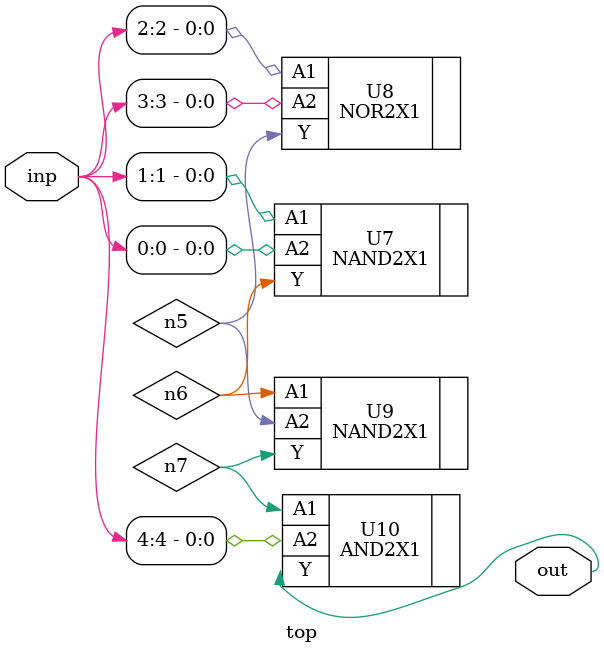
<source format=sv>


module top ( inp, out );
  input [4:0] inp;
  output out;
  wire   n5, n6, n7;

  NAND2X1 U7 ( .A1(inp[1]), .A2(inp[0]), .Y(n6) );
  NOR2X1 U8 ( .A1(inp[2]), .A2(inp[3]), .Y(n5) );
  NAND2X1 U9 ( .A1(n6), .A2(n5), .Y(n7) );
  AND2X1 U10 ( .A1(n7), .A2(inp[4]), .Y(out) );
endmodule


</source>
